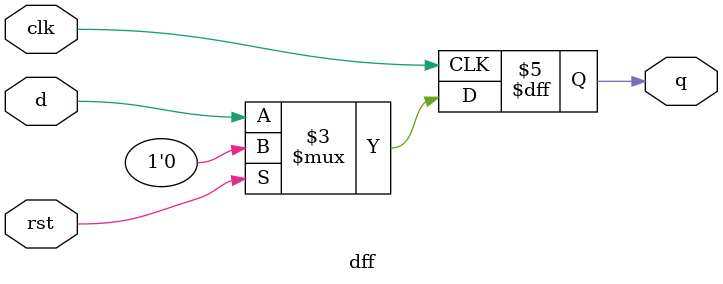
<source format=v>
module dff (q, d, clk, rst);
	input d, clk, rst;
	output q;
	reg q;

	always @ (posedge clk) begin
		if (rst) q <= 1'b0;
		else     q <= d;
	end
endmodule
</source>
